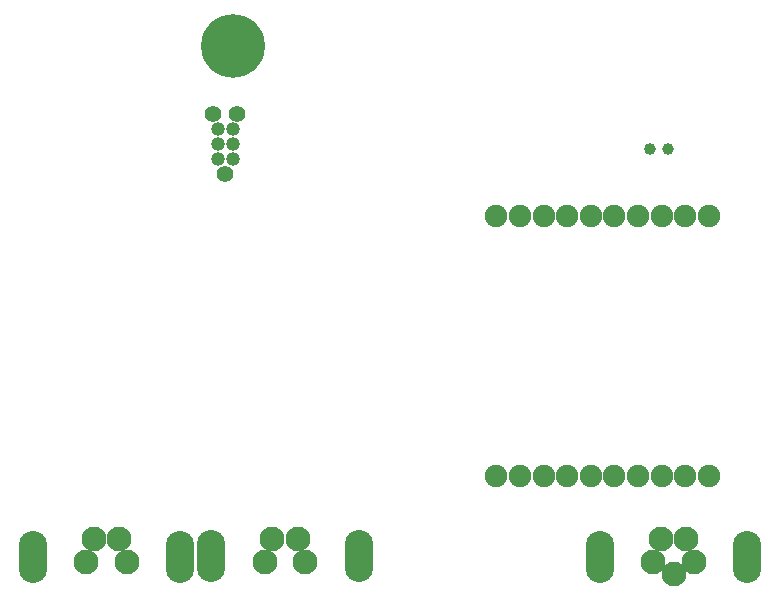
<source format=gbr>
%TF.GenerationSoftware,KiCad,Pcbnew,(6.0.0-0)*%
%TF.CreationDate,2022-01-03T00:26:05+01:00*%
%TF.ProjectId,Nestbox,4e657374-626f-4782-9e6b-696361645f70,rev?*%
%TF.SameCoordinates,Original*%
%TF.FileFunction,Soldermask,Bot*%
%TF.FilePolarity,Negative*%
%FSLAX46Y46*%
G04 Gerber Fmt 4.6, Leading zero omitted, Abs format (unit mm)*
G04 Created by KiCad (PCBNEW (6.0.0-0)) date 2022-01-03 00:26:05*
%MOMM*%
%LPD*%
G01*
G04 APERTURE LIST*
%ADD10C,5.400000*%
%ADD11C,2.100000*%
%ADD12O,2.400000X4.400000*%
%ADD13C,1.004800*%
%ADD14C,1.009600*%
%ADD15C,1.900000*%
%ADD16C,1.390600*%
%ADD17C,1.187400*%
G04 APERTURE END LIST*
D10*
X177552422Y-71526000D03*
D11*
X213119500Y-115285621D03*
X213744500Y-113335621D03*
X216519500Y-115285621D03*
X215894500Y-113335621D03*
X214819500Y-116285621D03*
D12*
X208569500Y-114785621D03*
X221069500Y-114785621D03*
D13*
X214369500Y-80285621D03*
D14*
X212869500Y-80285621D03*
D11*
X180219500Y-115235621D03*
X180844500Y-113285621D03*
X183619500Y-115235621D03*
X182994500Y-113285621D03*
D12*
X175669500Y-114735621D03*
X188169500Y-114735621D03*
D15*
X199819500Y-107971121D03*
X201819500Y-107971121D03*
X203819500Y-107971121D03*
X205819500Y-107971121D03*
X207819500Y-107971121D03*
X209819500Y-107971121D03*
X211819500Y-107971121D03*
X213819500Y-107971121D03*
X215819500Y-107971121D03*
X217819500Y-107971121D03*
X217819500Y-85971121D03*
X215819500Y-85971121D03*
X213819500Y-85971121D03*
X211819500Y-85971121D03*
X209819500Y-85971121D03*
X207819500Y-85971121D03*
X205819500Y-85971121D03*
X203819500Y-85971121D03*
X201819500Y-85971121D03*
X199819500Y-85971121D03*
D11*
X165119500Y-115285621D03*
X165744500Y-113335621D03*
X168519500Y-115285621D03*
X167894500Y-113335621D03*
D12*
X173069500Y-114785621D03*
X160569500Y-114785621D03*
D16*
X176850000Y-82390000D03*
X175834000Y-77310000D03*
X177866000Y-77310000D03*
D17*
X176215000Y-81120000D03*
X177485000Y-81120000D03*
X176215000Y-79850000D03*
X177485000Y-79850000D03*
X176215000Y-78580000D03*
X177485000Y-78580000D03*
M02*

</source>
